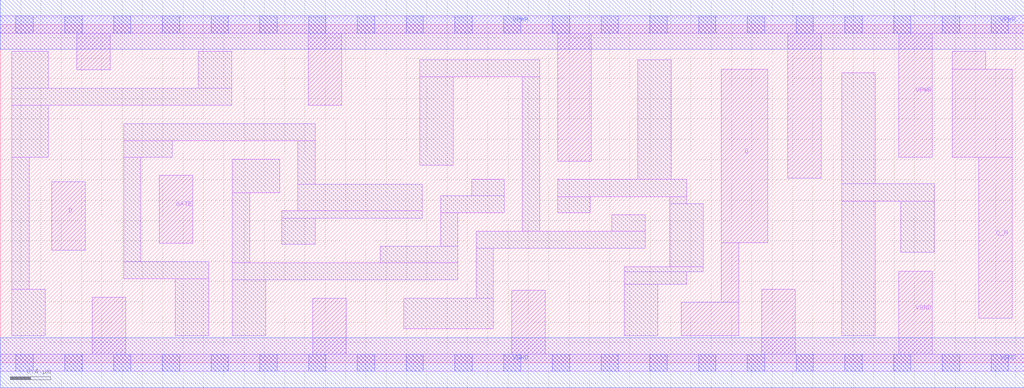
<source format=lef>
# Copyright 2020 The SkyWater PDK Authors
#
# Licensed under the Apache License, Version 2.0 (the "License");
# you may not use this file except in compliance with the License.
# You may obtain a copy of the License at
#
#     https://www.apache.org/licenses/LICENSE-2.0
#
# Unless required by applicable law or agreed to in writing, software
# distributed under the License is distributed on an "AS IS" BASIS,
# WITHOUT WARRANTIES OR CONDITIONS OF ANY KIND, either express or implied.
# See the License for the specific language governing permissions and
# limitations under the License.
#
# SPDX-License-Identifier: Apache-2.0

VERSION 5.7 ;
  NAMESCASESENSITIVE ON ;
  NOWIREEXTENSIONATPIN ON ;
  DIVIDERCHAR "/" ;
  BUSBITCHARS "[]" ;
UNITS
  DATABASE MICRONS 200 ;
END UNITS
MACRO sky130_fd_sc_lp__dlxbp_lp2
  CLASS CORE ;
  SOURCE USER ;
  FOREIGN sky130_fd_sc_lp__dlxbp_lp2 ;
  ORIGIN  0.000000  0.000000 ;
  SIZE  10.08000 BY  3.330000 ;
  SYMMETRY X Y R90 ;
  SITE unit ;
  PIN D
    ANTENNAGATEAREA  0.376000 ;
    DIRECTION INPUT ;
    USE SIGNAL ;
    PORT
      LAYER li1 ;
        RECT 0.505000 1.110000 0.835000 1.780000 ;
    END
  END D
  PIN Q
    ANTENNADIFFAREA  0.404700 ;
    DIRECTION OUTPUT ;
    USE SIGNAL ;
    PORT
      LAYER li1 ;
        RECT 6.705000 0.265000 7.270000 0.595000 ;
        RECT 7.100000 0.595000 7.270000 1.180000 ;
        RECT 7.100000 1.180000 7.555000 2.890000 ;
    END
  END Q
  PIN Q_N
    ANTENNADIFFAREA  0.404700 ;
    DIRECTION OUTPUT ;
    USE SIGNAL ;
    PORT
      LAYER li1 ;
        RECT 9.375000 2.025000 9.965000 2.890000 ;
        RECT 9.375000 2.890000 9.705000 3.065000 ;
        RECT 9.635000 0.440000 9.965000 2.025000 ;
    END
  END Q_N
  PIN GATE
    ANTENNAGATEAREA  0.376000 ;
    DIRECTION INPUT ;
    USE CLOCK ;
    PORT
      LAYER li1 ;
        RECT 1.565000 1.175000 1.895000 1.845000 ;
    END
  END GATE
  PIN VGND
    DIRECTION INOUT ;
    USE GROUND ;
    PORT
      LAYER li1 ;
        RECT 0.000000 -0.085000 10.080000 0.085000 ;
        RECT 0.905000  0.085000  1.235000 0.645000 ;
        RECT 3.075000  0.085000  3.405000 0.635000 ;
        RECT 5.035000  0.085000  5.365000 0.715000 ;
        RECT 7.495000  0.085000  7.825000 0.725000 ;
        RECT 8.845000  0.085000  9.175000 0.900000 ;
      LAYER mcon ;
        RECT 0.155000 -0.085000 0.325000 0.085000 ;
        RECT 0.635000 -0.085000 0.805000 0.085000 ;
        RECT 1.115000 -0.085000 1.285000 0.085000 ;
        RECT 1.595000 -0.085000 1.765000 0.085000 ;
        RECT 2.075000 -0.085000 2.245000 0.085000 ;
        RECT 2.555000 -0.085000 2.725000 0.085000 ;
        RECT 3.035000 -0.085000 3.205000 0.085000 ;
        RECT 3.515000 -0.085000 3.685000 0.085000 ;
        RECT 3.995000 -0.085000 4.165000 0.085000 ;
        RECT 4.475000 -0.085000 4.645000 0.085000 ;
        RECT 4.955000 -0.085000 5.125000 0.085000 ;
        RECT 5.435000 -0.085000 5.605000 0.085000 ;
        RECT 5.915000 -0.085000 6.085000 0.085000 ;
        RECT 6.395000 -0.085000 6.565000 0.085000 ;
        RECT 6.875000 -0.085000 7.045000 0.085000 ;
        RECT 7.355000 -0.085000 7.525000 0.085000 ;
        RECT 7.835000 -0.085000 8.005000 0.085000 ;
        RECT 8.315000 -0.085000 8.485000 0.085000 ;
        RECT 8.795000 -0.085000 8.965000 0.085000 ;
        RECT 9.275000 -0.085000 9.445000 0.085000 ;
        RECT 9.755000 -0.085000 9.925000 0.085000 ;
      LAYER met1 ;
        RECT 0.000000 -0.245000 10.080000 0.245000 ;
    END
  END VGND
  PIN VPWR
    DIRECTION INOUT ;
    USE POWER ;
    PORT
      LAYER li1 ;
        RECT 0.000000 3.245000 10.080000 3.415000 ;
        RECT 0.755000 2.885000  1.085000 3.245000 ;
        RECT 3.030000 2.535000  3.360000 3.245000 ;
        RECT 5.490000 1.985000  5.820000 3.245000 ;
        RECT 7.755000 1.815000  8.085000 3.245000 ;
        RECT 8.845000 2.025000  9.175000 3.245000 ;
      LAYER mcon ;
        RECT 0.155000 3.245000 0.325000 3.415000 ;
        RECT 0.635000 3.245000 0.805000 3.415000 ;
        RECT 1.115000 3.245000 1.285000 3.415000 ;
        RECT 1.595000 3.245000 1.765000 3.415000 ;
        RECT 2.075000 3.245000 2.245000 3.415000 ;
        RECT 2.555000 3.245000 2.725000 3.415000 ;
        RECT 3.035000 3.245000 3.205000 3.415000 ;
        RECT 3.515000 3.245000 3.685000 3.415000 ;
        RECT 3.995000 3.245000 4.165000 3.415000 ;
        RECT 4.475000 3.245000 4.645000 3.415000 ;
        RECT 4.955000 3.245000 5.125000 3.415000 ;
        RECT 5.435000 3.245000 5.605000 3.415000 ;
        RECT 5.915000 3.245000 6.085000 3.415000 ;
        RECT 6.395000 3.245000 6.565000 3.415000 ;
        RECT 6.875000 3.245000 7.045000 3.415000 ;
        RECT 7.355000 3.245000 7.525000 3.415000 ;
        RECT 7.835000 3.245000 8.005000 3.415000 ;
        RECT 8.315000 3.245000 8.485000 3.415000 ;
        RECT 8.795000 3.245000 8.965000 3.415000 ;
        RECT 9.275000 3.245000 9.445000 3.415000 ;
        RECT 9.755000 3.245000 9.925000 3.415000 ;
      LAYER met1 ;
        RECT 0.000000 3.085000 10.080000 3.575000 ;
    END
  END VPWR
  OBS
    LAYER li1 ;
      RECT 0.115000 0.265000 0.445000 0.725000 ;
      RECT 0.115000 0.725000 0.285000 2.025000 ;
      RECT 0.115000 2.025000 0.475000 2.535000 ;
      RECT 0.115000 2.535000 2.280000 2.705000 ;
      RECT 0.115000 2.705000 0.475000 3.065000 ;
      RECT 1.215000 0.825000 2.055000 0.995000 ;
      RECT 1.215000 0.995000 1.385000 2.025000 ;
      RECT 1.215000 2.025000 1.695000 2.185000 ;
      RECT 1.215000 2.185000 3.100000 2.355000 ;
      RECT 1.725000 0.265000 2.055000 0.825000 ;
      RECT 1.950000 2.705000 2.280000 3.065000 ;
      RECT 2.285000 0.265000 2.615000 0.815000 ;
      RECT 2.285000 0.815000 4.505000 0.985000 ;
      RECT 2.285000 0.985000 2.455000 1.675000 ;
      RECT 2.285000 1.675000 2.750000 2.005000 ;
      RECT 2.770000 1.165000 3.100000 1.425000 ;
      RECT 2.770000 1.425000 4.155000 1.495000 ;
      RECT 2.930000 1.495000 4.155000 1.755000 ;
      RECT 2.930000 1.755000 3.100000 2.185000 ;
      RECT 3.740000 0.985000 4.505000 1.145000 ;
      RECT 3.975000 0.335000 4.855000 0.635000 ;
      RECT 4.130000 1.945000 4.460000 2.815000 ;
      RECT 4.130000 2.815000 5.310000 2.985000 ;
      RECT 4.335000 1.145000 4.505000 1.475000 ;
      RECT 4.335000 1.475000 4.960000 1.645000 ;
      RECT 4.640000 1.645000 4.960000 1.805000 ;
      RECT 4.685000 0.635000 4.855000 1.125000 ;
      RECT 4.685000 1.125000 6.350000 1.295000 ;
      RECT 5.140000 1.295000 5.310000 2.815000 ;
      RECT 5.490000 1.475000 5.810000 1.635000 ;
      RECT 5.490000 1.635000 6.760000 1.805000 ;
      RECT 6.020000 1.295000 6.350000 1.455000 ;
      RECT 6.145000 0.265000 6.475000 0.775000 ;
      RECT 6.145000 0.775000 6.760000 0.895000 ;
      RECT 6.145000 0.895000 6.920000 0.945000 ;
      RECT 6.275000 1.805000 6.605000 2.985000 ;
      RECT 6.590000 0.945000 6.920000 1.565000 ;
      RECT 6.590000 1.565000 6.760000 1.635000 ;
      RECT 8.285000 0.265000 8.615000 1.590000 ;
      RECT 8.285000 1.590000 9.195000 1.760000 ;
      RECT 8.285000 1.760000 8.615000 2.855000 ;
      RECT 8.865000 1.090000 9.195000 1.590000 ;
  END
END sky130_fd_sc_lp__dlxbp_lp2

</source>
